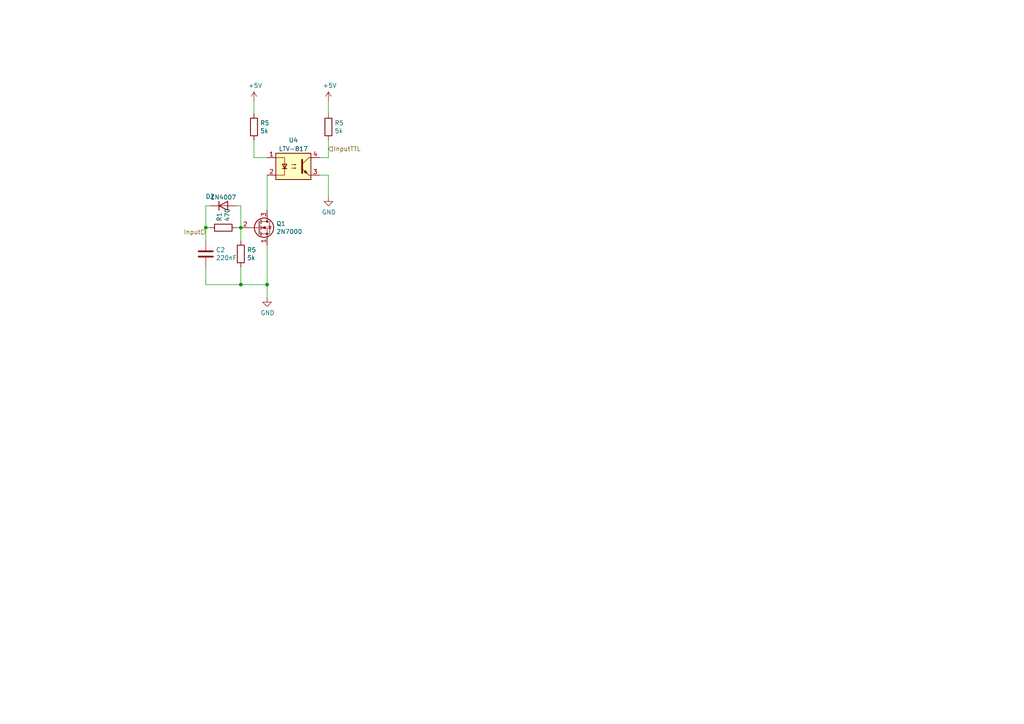
<source format=kicad_sch>
(kicad_sch (version 20250114) (generator "eeschema") (generator_version "9.0")
  (paper "A4")
  (lib_symbols
    (symbol "Device:C" (pin_numbers (hide yes)) (pin_names (offset 0.254))
      (property "Reference" "C" (at 0.635 2.54 0))
      (property "Value" "C" (at 0.635 -2.54 0))
      (symbol "C_0_1"
        (polyline (pts (xy -2.032 0.762) (xy 2.032 0.762)) (stroke (width 0.508)))
        (polyline (pts (xy -2.032 -0.762) (xy 2.032 -0.762)) (stroke (width 0.508)))
      )
      (symbol "C_1_1"
        (pin passive line (at 0 3.81 270) (length 2.794) (name "~") (number "1"))
        (pin passive line (at 0 -3.81 90) (length 2.794) (name "~") (number "2"))
      )
    )
    (symbol "Device:R" (pin_numbers (hide yes)) (pin_names (offset 0))
      (property "Reference" "R" (at 2.032 0 90))
      (property "Value" "R" (at 0 0 90))
      (symbol "R_0_1"
        (rectangle (start -1.016 -2.54) (end 1.016 2.54) (stroke (width 0.254)))
      )
      (symbol "R_1_1"
        (pin passive line (at 0 3.81 270) (length 1.27) (name "~") (number "1"))
        (pin passive line (at 0 -3.81 90) (length 1.27) (name "~") (number "2"))
      )
    )
    (symbol "Diode:1N4007" (pin_numbers (hide yes)) (pin_names (offset 1.016) (hide yes))
      (property "Reference" "D" (at 0 2.54 0))
      (property "Value" "1N4007" (at 0 -2.54 0))
      (symbol "1N4007_0_1"
        (polyline (pts (xy -1.27 1.27) (xy -1.27 -1.27)) (stroke (width 0.254)))
        (polyline (pts (xy 1.27 1.27) (xy 1.27 -1.27) (xy -1.27 0) (xy 1.27 1.27)) (stroke (width 0.254)))
        (polyline (pts (xy 1.27 0) (xy -1.27 0)))
      )
      (symbol "1N4007_1_1"
        (pin passive line (at -3.81 0 0) (length 2.54) (name "K") (number "1"))
        (pin passive line (at 3.81 0 180) (length 2.54) (name "A") (number "2"))
      )
    )
    (symbol "Isolator:LTV-817" (pin_names (offset 1.016))
      (property "Reference" "U" (at -5.08 5.08 0))
      (property "Value" "LTV-817" (at 0 5.08 0))
      (symbol "LTV-817_0_1"
        (rectangle (start -5.08 3.81) (end 5.08 -3.81) (stroke (width 0.254)) (fill (type background)))
        (polyline (pts (xy -5.08 2.54) (xy -2.54 2.54) (xy -2.54 -0.762)))
        (polyline (pts (xy -3.175 -0.635) (xy -1.905 -0.635)) (stroke (width 0.254)))
        (polyline (pts (xy -2.54 -0.635) (xy -2.54 -2.54) (xy -5.08 -2.54)))
        (polyline (pts (xy -2.54 -0.635) (xy -3.175 0.635) (xy -1.905 0.635) (xy -2.54 -0.635)) (stroke (width 0.254)))
        (polyline (pts (xy -0.508 0.508) (xy 0.762 0.508) (xy 0.381 0.381) (xy 0.381 0.635) (xy 0.762 0.508)))
        (polyline (pts (xy -0.508 -0.508) (xy 0.762 -0.508) (xy 0.381 -0.635) (xy 0.381 -0.381) (xy 0.762 -0.508)))
        (polyline (pts (xy 2.54 1.905) (xy 2.54 -1.905) (xy 2.54 -1.905)) (stroke (width 0.508)))
        (polyline (pts (xy 2.54 0.635) (xy 4.445 2.54)))
        (polyline (pts (xy 3.048 -1.651) (xy 3.556 -1.143) (xy 4.064 -2.159) (xy 3.048 -1.651) (xy 3.048 -1.651)) (fill (type outline)))
        (polyline (pts (xy 4.445 2.54) (xy 5.08 2.54)))
        (polyline (pts (xy 4.445 -2.54) (xy 2.54 -0.635)) (fill (type outline)))
        (polyline (pts (xy 4.445 -2.54) (xy 5.08 -2.54)))
      )
      (symbol "LTV-817_1_1"
        (pin passive line (at -7.62 2.54 0) (length 2.54) (name "~") (number "1"))
        (pin passive line (at -7.62 -2.54 0) (length 2.54) (name "~") (number "2"))
        (pin passive line (at 7.62 2.54 180) (length 2.54) (name "~") (number "4"))
        (pin passive line (at 7.62 -2.54 180) (length 2.54) (name "~") (number "3"))
      )
    )
    (symbol "Transistor_FET:2N7000" (pin_names (hide yes))
      (property "Reference" "Q" (at 5.08 1.905 0))
      (property "Value" "2N7000" (at 5.08 0 0))
      (symbol "2N7000_0_1"
        (polyline (pts (xy 0.254 1.905) (xy 0.254 -1.905)) (stroke (width 0.254)))
        (polyline (pts (xy 0.254 0) (xy -2.54 0)))
        (polyline (pts (xy 0.762 2.286) (xy 0.762 1.27)) (stroke (width 0.254)))
        (polyline (pts (xy 0.762 0.508) (xy 0.762 -0.508)) (stroke (width 0.254)))
        (polyline (pts (xy 0.762 -1.27) (xy 0.762 -2.286)) (stroke (width 0.254)))
        (polyline (pts (xy 0.762 -1.778) (xy 3.302 -1.778) (xy 3.302 1.778) (xy 0.762 1.778)))
        (polyline (pts (xy 1.016 0) (xy 2.032 0.381) (xy 2.032 -0.381) (xy 1.016 0)) (fill (type outline)))
        (circle (center 1.651 0) (radius 2.794) (stroke (width 0.254)))
        (polyline (pts (xy 2.54 2.54) (xy 2.54 1.778)))
        (circle (center 2.54 1.778) (radius 0.254) (fill (type outline)))
        (circle (center 2.54 -1.778) (radius 0.254) (fill (type outline)))
        (polyline (pts (xy 2.54 -2.54) (xy 2.54 0) (xy 0.762 0)))
        (polyline (pts (xy 2.794 0.508) (xy 2.921 0.381) (xy 3.683 0.381) (xy 3.81 0.254)))
        (polyline (pts (xy 3.302 0.381) (xy 2.921 -0.254) (xy 3.683 -0.254) (xy 3.302 0.381)))
      )
      (symbol "2N7000_1_1"
        (pin input line (at -5.08 0 0) (length 2.54) (name "G") (number "2"))
        (pin passive line (at 2.54 5.08 270) (length 2.54) (name "D") (number "3"))
        (pin passive line (at 2.54 -5.08 90) (length 2.54) (name "S") (number "1"))
      )
    )
    (symbol "power:+5V" (power) (pin_names (offset 0))
      (property "Value" "+5V" (at 0 3.556 0))
      (symbol "+5V_0_1"
        (polyline (pts (xy -0.762 1.27) (xy 0 2.54)))
        (polyline (pts (xy 0 2.54) (xy 0.762 1.27)))
        (polyline (pts (xy 0 0) (xy 0 2.54)))
      )
      (symbol "+5V_1_1"
        (pin power_in line (at 0 0 90) (length 0) (hide yes) (name "+5V") (number "1"))
      )
    )
    (symbol "power:GND" (power) (pin_names (offset 0))
      (property "Value" "GND" (at 0 -3.81 0))
      (symbol "GND_0_1"
        (polyline (pts (xy 0 0) (xy 0 -1.27) (xy 1.27 -1.27) (xy 0 -2.54) (xy -1.27 -1.27) (xy 0 -1.27)))
      )
      (symbol "GND_1_1"
        (pin power_in line (at 0 0 270) (length 0) (hide yes) (name "GND") (number "1"))
      )
    )
  )
  (junction (at 59.69 66.04))
  (junction (at 69.85 82.55))
  (junction (at 69.85 66.04))
  (junction (at 77.47 82.55))
  (wire (pts (xy 68.58 66.04) (xy 69.85 66.04)))
  (wire (pts (xy 92.71 45.72) (xy 95.25 45.72)))
  (wire (pts (xy 95.25 50.8) (xy 95.25 57.15)))
  (wire (pts (xy 77.47 71.12) (xy 77.47 82.55)))
  (wire (pts (xy 68.58 59.69) (xy 69.85 59.69)))
  (wire (pts (xy 69.85 82.55) (xy 77.47 82.55)))
  (wire (pts (xy 73.66 45.72) (xy 77.47 45.72)))
  (wire (pts (xy 77.47 50.8) (xy 77.47 60.96)))
  (wire (pts (xy 59.69 82.55) (xy 69.85 82.55)))
  (wire (pts (xy 59.69 69.85) (xy 59.69 66.04)))
  (wire (pts (xy 77.47 86.36) (xy 77.47 82.55)))
  (wire (pts (xy 73.66 29.21) (xy 73.66 33.02)))
  (wire (pts (xy 69.85 77.47) (xy 69.85 82.55)))
  (wire (pts (xy 60.96 59.69) (xy 59.69 59.69)))
  (wire (pts (xy 59.69 59.69) (xy 59.69 66.04)))
  (wire (pts (xy 59.69 77.47) (xy 59.69 82.55)))
  (wire (pts (xy 73.66 40.64) (xy 73.66 45.72)))
  (wire (pts (xy 69.85 69.85) (xy 69.85 66.04)))
  (wire (pts (xy 95.25 45.72) (xy 95.25 40.64)))
  (wire (pts (xy 69.85 59.69) (xy 69.85 66.04)))
  (wire (pts (xy 59.69 66.04) (xy 60.96 66.04)))
  (wire (pts (xy 95.25 29.21) (xy 95.25 33.02)))
  (wire (pts (xy 92.71 50.8) (xy 95.25 50.8)))
  (hierarchical_label "InputTTL" (shape input) (at 95.25 43.18 0))
  (hierarchical_label "Input" (shape input) (at 59.69 67.31 180))
  (symbol (lib_id "Diode:1N4007") (at 64.77 59.69 0) (unit 1)
    (property "Reference" "D3" (at 60.96 56.9935 0))
    (property "Value" "1N4007" (at 64.77 57.2286 0))
    (property "Footprint" "Diode_THT:D_DO-41_SOD81_P10.16mm_Horizontal" (effects (hide yes)))
    (property "Datasheet" "http://www.vishay.com/docs/88503/1n4001.pdf" (effects (hide yes)))
    (instances (project "MakeItRain" (path "" (reference "D2") (unit 1)) (path "" (reference "D4") (unit 1)) (path "" (reference "D6") (unit 1)) (path "" (reference "D8") (unit 1))) (project "BasicBitch328pThingy" (path "" (reference "D5") (unit 1)) (path "" (reference "D6") (unit 1)) (path "" (reference "D3") (unit 1))))
  )
  (symbol (lib_id "power:+5V") (at 95.25 29.21 0) (unit 1)
    (property "Reference" "#PWR024" (effects (hide yes)))
    (property "Value" "+5V" (at 95.631 24.8158 0))
    (instances (project "LM2597-5" (path "" (reference "#PWR05") (unit 1))) (project "BasicBitch328pThingy" (path "" (reference "#PWR030") (unit 1)) (path "" (reference "#PWR034") (unit 1)) (path "" (reference "#PWR024") (unit 1))))
  )
  (symbol (lib_id "power:+5V") (at 73.66 29.21 0) (unit 1)
    (property "Reference" "#PWR022" (effects (hide yes)))
    (property "Value" "+5V" (at 74.041 24.8158 0))
    (instances (project "LM2597-5" (path "" (reference "#PWR05") (unit 1))) (project "BasicBitch328pThingy" (path "" (reference "#PWR028") (unit 1)) (path "" (reference "#PWR032") (unit 1)) (path "" (reference "#PWR022") (unit 1))))
  )
  (symbol (lib_id "power:GND") (at 95.25 57.15 0) (unit 1)
    (property "Reference" "#PWR025" (effects (hide yes)))
    (property "Value" "GND" (at 95.377 61.5442 0))
    (instances (project "MakeItRain" (path "" (reference "#PWR022") (unit 1)) (path "" (reference "#PWR025") (unit 1)) (path "" (reference "#PWR028") (unit 1)) (path "" (reference "#PWR031") (unit 1))) (project "BasicBitch328pThingy" (path "" (reference "#PWR031") (unit 1)) (path "" (reference "#PWR035") (unit 1)) (path "" (reference "#PWR025") (unit 1))))
  )
  (symbol (lib_id "Transistor_FET:2N7000") (at 74.93 66.04 0) (unit 1)
    (property "Reference" "Q2" (at 80.1116 64.8716 0) (effects (justify left)))
    (property "Value" "2N7000" (at 80.1116 67.183 0) (effects (justify left)))
    (property "Footprint" "Package_TO_SOT_THT:TO-92_Inline" (effects (hide yes)))
    (property "Datasheet" "https://www.onsemi.com/pub/Collateral/NDS7002A-D.PDF" (effects (hide yes)))
    (instances (project "MakeItRain" (path "" (reference "Q1") (unit 1)) (path "" (reference "Q4") (unit 1)) (path "" (reference "Q7") (unit 1)) (path "" (reference "Q10") (unit 1))) (project "BasicBitch328pThingy" (path "" (reference "Q5") (unit 1)) (path "" (reference "Q6") (unit 1)) (path "" (reference "Q2") (unit 1))))
  )
  (symbol (lib_id "Isolator:LTV-817") (at 85.09 48.26 0) (unit 1)
    (property "Reference" "U3" (at 85.09 40.64 0))
    (property "Value" "LTV-817" (at 85.09 43.18 0))
    (property "Footprint" "Package_DIP:DIP-4_W7.62mm" (effects (hide yes)))
    (property "Datasheet" "http://www.us.liteon.com/downloads/LTV-817-827-847.PDF" (effects (hide yes)))
    (instances (project "BasicBitch328pThingy" (path "" (reference "U4") (unit 1)) (path "" (reference "U5") (unit 1)) (path "" (reference "U3") (unit 1))))
  )
  (symbol (lib_id "Device:R") (at 64.77 66.04 90) (unit 1)
    (property "Reference" "R5" (at 63.6016 64.262 0) (effects (justify left)))
    (property "Value" "470" (at 65.913 64.262 0) (effects (justify left)))
    (property "Footprint" "Resistor_SMD:R_1206_3216Metric_Pad1.30x1.75mm_HandSolder" (effects (hide yes)))
    (instances (project "MakeItRain" (path "" (reference "R1") (unit 1)) (path "" (reference "R2") (unit 1)) (path "" (reference "R22") (unit 1)) (path "" (reference "R35") (unit 1))) (project "BasicBitch328pThingy" (path "" (reference "R12") (unit 1)) (path "" (reference "R16") (unit 1)) (path "" (reference "R5") (unit 1))))
  )
  (symbol (lib_id "Device:R") (at 73.66 36.83 0) (unit 1)
    (property "Reference" "R7" (at 75.438 35.6616 0) (effects (justify left)))
    (property "Value" "5k" (at 75.438 37.973 0) (effects (justify left)))
    (property "Footprint" "Resistor_SMD:R_1206_3216Metric_Pad1.30x1.75mm_HandSolder" (effects (hide yes)))
    (instances (project "MakeItRain" (path "" (reference "R5") (unit 1)) (path "" (reference "R9") (unit 1)) (path "" (reference "R13") (unit 1)) (path "" (reference "R17") (unit 1))) (project "BasicBitch328pThingy" (path "" (reference "R14") (unit 1)) (path "" (reference "R18") (unit 1)) (path "" (reference "R7") (unit 1))))
  )
  (symbol (lib_id "Device:C") (at 59.69 73.66 0) (unit 1)
    (property "Reference" "C8" (at 62.611 72.4916 0) (effects (justify left)))
    (property "Value" "220nF" (at 62.611 74.803 0) (effects (justify left)))
    (property "Footprint" "Capacitor_SMD:C_1206_3216Metric_Pad1.33x1.80mm_HandSolder" (effects (hide yes)))
    (instances (project "MakeItRain" (path "" (reference "C2") (unit 1)) (path "" (reference "C3") (unit 1)) (path "" (reference "C4") (unit 1)) (path "" (reference "C5") (unit 1))) (project "BasicBitch328pThingy" (path "" (reference "C9") (unit 1)) (path "" (reference "C10") (unit 1)) (path "" (reference "C8") (unit 1))))
  )
  (symbol (lib_id "Device:R") (at 69.85 73.66 0) (unit 1)
    (property "Reference" "R6" (at 71.628 72.4916 0) (effects (justify left)))
    (property "Value" "5k" (at 71.628 74.803 0) (effects (justify left)))
    (property "Footprint" "Resistor_SMD:R_1206_3216Metric_Pad1.30x1.75mm_HandSolder" (effects (hide yes)))
    (instances (project "MakeItRain" (path "" (reference "R5") (unit 1)) (path "" (reference "R9") (unit 1)) (path "" (reference "R13") (unit 1)) (path "" (reference "R17") (unit 1))) (project "BasicBitch328pThingy" (path "" (reference "R13") (unit 1)) (path "" (reference "R17") (unit 1)) (path "" (reference "R6") (unit 1))))
  )
  (symbol (lib_id "Device:R") (at 95.25 36.83 0) (unit 1)
    (property "Reference" "R8" (at 97.028 35.6616 0) (effects (justify left)))
    (property "Value" "5k" (at 97.028 37.973 0) (effects (justify left)))
    (property "Footprint" "Resistor_SMD:R_1206_3216Metric_Pad1.30x1.75mm_HandSolder" (effects (hide yes)))
    (instances (project "MakeItRain" (path "" (reference "R5") (unit 1)) (path "" (reference "R9") (unit 1)) (path "" (reference "R13") (unit 1)) (path "" (reference "R17") (unit 1))) (project "BasicBitch328pThingy" (path "" (reference "R15") (unit 1)) (path "" (reference "R19") (unit 1)) (path "" (reference "R8") (unit 1))))
  )
  (symbol (lib_id "power:GND") (at 77.47 86.36 0) (unit 1)
    (property "Reference" "#PWR023" (effects (hide yes)))
    (property "Value" "GND" (at 77.597 90.7542 0))
    (instances (project "MakeItRain" (path "" (reference "#PWR022") (unit 1)) (path "" (reference "#PWR025") (unit 1)) (path "" (reference "#PWR028") (unit 1)) (path "" (reference "#PWR031") (unit 1))) (project "BasicBitch328pThingy" (path "" (reference "#PWR029") (unit 1)) (path "" (reference "#PWR033") (unit 1)) (path "" (reference "#PWR023") (unit 1))))
  )
)
</source>
